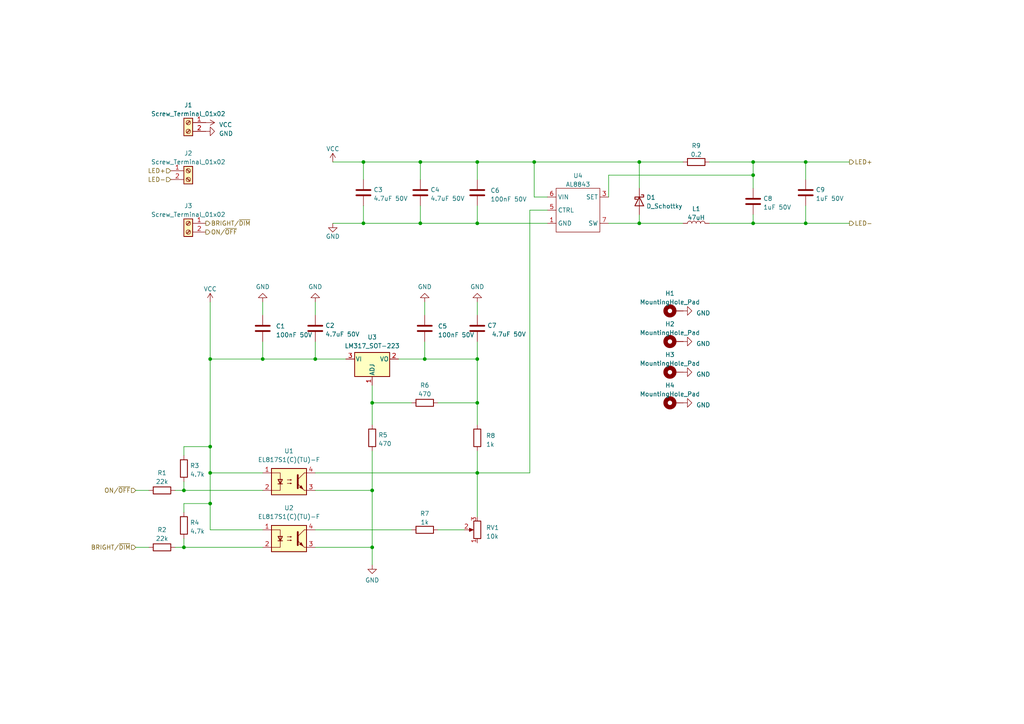
<source format=kicad_sch>
(kicad_sch (version 20221004) (generator eeschema)
  (paper "A4")
  (lib_symbols
    (symbol "Connector:Screw_Terminal_01x02" (pin_names (offset 1.016) hide)
      (property "Reference" "J" (at 0 2.54 0))
      (property "Value" "Screw_Terminal_01x02" (at 0 -5.08 0))
      (symbol "Screw_Terminal_01x02_1_1"
        (rectangle (start -1.27 1.27) (end 1.27 -3.81) (stroke (width 0.254)) (fill (type background)))
        (circle (center 0 -2.54) (radius 0.635) (stroke (width 0.1524)))
        (polyline (pts (xy -0.5334 -2.2098) (xy 0.3302 -3.048)) (stroke (width 0.1524)))
        (polyline (pts (xy -0.5334 0.3302) (xy 0.3302 -0.508)) (stroke (width 0.1524)))
        (polyline (pts (xy -0.3556 -2.032) (xy 0.508 -2.8702)) (stroke (width 0.1524)))
        (polyline (pts (xy -0.3556 0.508) (xy 0.508 -0.3302)) (stroke (width 0.1524)))
        (circle (center 0 0) (radius 0.635) (stroke (width 0.1524)))
        (pin passive line (at -5.08 0 0) (length 3.81) (name "Pin_1") (number "1"))
        (pin passive line (at -5.08 -2.54 0) (length 3.81) (name "Pin_2") (number "2"))
      )
    )
    (symbol "Device:C" (pin_numbers hide) (pin_names (offset 0.254))
      (property "Reference" "C" (at 0.635 2.54 0))
      (property "Value" "C" (at 0.635 -2.54 0))
      (symbol "C_0_1"
        (polyline (pts (xy -2.032 -0.762) (xy 2.032 -0.762)) (stroke (width 0.508)))
        (polyline (pts (xy -2.032 0.762) (xy 2.032 0.762)) (stroke (width 0.508)))
      )
      (symbol "C_1_1"
        (pin passive line (at 0 3.81 270) (length 2.794) (name "~") (number "1"))
        (pin passive line (at 0 -3.81 90) (length 2.794) (name "~") (number "2"))
      )
    )
    (symbol "Device:D_Schottky" (pin_numbers hide) (pin_names (offset 1.016) hide)
      (property "Reference" "D" (at 0 2.54 0))
      (property "Value" "D_Schottky" (at 0 -2.54 0))
      (symbol "D_Schottky_0_1"
        (polyline (pts (xy 1.27 0) (xy -1.27 0)))
        (polyline (pts (xy 1.27 1.27) (xy 1.27 -1.27) (xy -1.27 0) (xy 1.27 1.27)) (stroke (width 0.254)))
        (polyline (pts (xy -1.905 0.635) (xy -1.905 1.27) (xy -1.27 1.27) (xy -1.27 -1.27) (xy -0.635 -1.27) (xy -0.635 -0.635)) (stroke (width 0.254)))
      )
      (symbol "D_Schottky_1_1"
        (pin passive line (at -3.81 0 0) (length 2.54) (name "K") (number "1"))
        (pin passive line (at 3.81 0 180) (length 2.54) (name "A") (number "2"))
      )
    )
    (symbol "Device:L" (pin_numbers hide) (pin_names (offset 1.016) hide)
      (property "Reference" "L" (at -1.27 0 90))
      (property "Value" "L" (at 1.905 0 90))
      (symbol "L_0_1"
        (arc (start 0 -2.54) (mid 0.6323 -1.905) (end 0 -1.27))
        (arc (start 0 -1.27) (mid 0.6323 -0.635) (end 0 0))
        (arc (start 0 0) (mid 0.6323 0.635) (end 0 1.27))
        (arc (start 0 1.27) (mid 0.6323 1.905) (end 0 2.54))
      )
      (symbol "L_1_1"
        (pin passive line (at 0 3.81 270) (length 1.27) (name "1") (number "1"))
        (pin passive line (at 0 -3.81 90) (length 1.27) (name "2") (number "2"))
      )
    )
    (symbol "Device:R" (pin_numbers hide) (pin_names (offset 0))
      (property "Reference" "R" (at 2.032 0 90))
      (property "Value" "R" (at 0 0 90))
      (symbol "R_0_1"
        (rectangle (start -1.016 -2.54) (end 1.016 2.54) (stroke (width 0.254)))
      )
      (symbol "R_1_1"
        (pin passive line (at 0 3.81 270) (length 1.27) (name "~") (number "1"))
        (pin passive line (at 0 -3.81 90) (length 1.27) (name "~") (number "2"))
      )
    )
    (symbol "Device:R_Potentiometer" (pin_names (offset 1.016) hide)
      (property "Reference" "RV" (at -4.445 0 90))
      (property "Value" "R_Potentiometer" (at -2.54 0 90))
      (symbol "R_Potentiometer_0_1"
        (polyline (pts (xy 2.54 0) (xy 1.524 0)))
        (polyline (pts (xy 1.143 0) (xy 2.286 0.508) (xy 2.286 -0.508) (xy 1.143 0)) (fill (type outline)))
        (rectangle (start 1.016 2.54) (end -1.016 -2.54) (stroke (width 0.254)))
      )
      (symbol "R_Potentiometer_1_1"
        (pin passive line (at 0 3.81 270) (length 1.27) (name "1") (number "1"))
        (pin passive line (at 3.81 0 180) (length 1.27) (name "2") (number "2"))
        (pin passive line (at 0 -3.81 90) (length 1.27) (name "3") (number "3"))
      )
    )
    (symbol "Isolator:EL817" (pin_names (offset 1.016))
      (property "Reference" "U" (at -5.08 5.08 0))
      (property "Value" "EL817" (at 0 5.08 0))
      (symbol "EL817_0_1"
        (rectangle (start -5.08 3.81) (end 5.08 -3.81) (stroke (width 0.254)) (fill (type background)))
        (polyline (pts (xy -3.175 -0.635) (xy -1.905 -0.635)) (stroke (width 0.254)))
        (polyline (pts (xy 2.54 0.635) (xy 4.445 2.54)))
        (polyline (pts (xy 4.445 -2.54) (xy 2.54 -0.635)) (fill (type outline)))
        (polyline (pts (xy 4.445 -2.54) (xy 5.08 -2.54)))
        (polyline (pts (xy 4.445 2.54) (xy 5.08 2.54)))
        (polyline (pts (xy -5.08 2.54) (xy -2.54 2.54) (xy -2.54 -0.635)))
        (polyline (pts (xy -2.54 -0.635) (xy -2.54 -2.54) (xy -5.08 -2.54)))
        (polyline (pts (xy 2.54 1.905) (xy 2.54 -1.905) (xy 2.54 -1.905)) (stroke (width 0.508)))
        (polyline (pts (xy -2.54 -0.635) (xy -3.175 0.635) (xy -1.905 0.635) (xy -2.54 -0.635)) (stroke (width 0.254)))
        (polyline (pts (xy -0.508 -0.508) (xy 0.762 -0.508) (xy 0.381 -0.635) (xy 0.381 -0.381) (xy 0.762 -0.508)))
        (polyline (pts (xy -0.508 0.508) (xy 0.762 0.508) (xy 0.381 0.381) (xy 0.381 0.635) (xy 0.762 0.508)))
        (polyline (pts (xy 3.048 -1.651) (xy 3.556 -1.143) (xy 4.064 -2.159) (xy 3.048 -1.651) (xy 3.048 -1.651)) (fill (type outline)))
      )
      (symbol "EL817_1_1"
        (pin passive line (at -7.62 2.54 0) (length 2.54) (name "~") (number "1"))
        (pin passive line (at -7.62 -2.54 0) (length 2.54) (name "~") (number "2"))
        (pin passive line (at 7.62 -2.54 180) (length 2.54) (name "~") (number "3"))
        (pin passive line (at 7.62 2.54 180) (length 2.54) (name "~") (number "4"))
      )
    )
    (symbol "Mechanical:MountingHole_Pad" (pin_numbers hide) (pin_names (offset 1.016) hide)
      (property "Reference" "H" (at 0 6.35 0))
      (property "Value" "MountingHole_Pad" (at 0 4.445 0))
      (symbol "MountingHole_Pad_0_1"
        (circle (center 0 1.27) (radius 1.27) (stroke (width 1.27)))
      )
      (symbol "MountingHole_Pad_1_1"
        (pin input line (at 0 -2.54 90) (length 2.54) (name "1") (number "1"))
      )
    )
    (symbol "Regulator_Linear:LM317_SOT-223" (pin_names (offset 0.254))
      (property "Reference" "U" (at -3.81 3.175 0))
      (property "Value" "LM317_SOT-223" (at 0 3.175 0))
      (symbol "LM317_SOT-223_0_1"
        (rectangle (start -5.08 1.905) (end 5.08 -5.08) (stroke (width 0.254)) (fill (type background)))
      )
      (symbol "LM317_SOT-223_1_1"
        (pin input line (at 0 -7.62 90) (length 2.54) (name "ADJ") (number "1"))
        (pin power_out line (at 7.62 0 180) (length 2.54) (name "VO") (number "2"))
        (pin power_in line (at -7.62 0 0) (length 2.54) (name "VI") (number "3"))
      )
    )
    (symbol "al8843:AL8843"
      (property "Reference" "U" (at 0 10.16 0))
      (property "Value" "AL8843" (at 0 7.62 0))
      (symbol "AL8843_0_1"
        (rectangle (start -6.35 6.35) (end 6.35 -6.35) (stroke (width 0.1524)))
      )
      (symbol "AL8843_1_1"
        (pin power_in line (at -8.89 -3.81 0) (length 2.54) (name "GND") (number "1"))
        (pin power_in line (at -8.89 -3.81 0) (length 2.54) hide (name "GND") (number "2"))
        (pin input line (at 8.89 3.81 180) (length 2.54) (name "SET") (number "3"))
        (pin no_connect line (at 8.89 0 180) (length 2.54) hide (name "N/C") (number "4"))
        (pin power_in line (at -8.89 0 0) (length 2.54) (name "CTRL") (number "5"))
        (pin power_in line (at -8.89 3.81 0) (length 2.54) (name "VIN") (number "6"))
        (pin power_out line (at 8.89 -3.81 180) (length 2.54) (name "SW") (number "7"))
        (pin power_out line (at 8.89 -3.81 180) (length 2.54) hide (name "SW") (number "8"))
        (pin power_in line (at -8.89 -3.81 0) (length 2.54) hide (name "GND") (number "9"))
      )
    )
    (symbol "power:GND" (power) (pin_names (offset 0))
      (property "Value" "GND" (at 0 -3.81 0))
      (symbol "GND_0_1"
        (polyline (pts (xy 0 0) (xy 0 -1.27) (xy 1.27 -1.27) (xy 0 -2.54) (xy -1.27 -1.27) (xy 0 -1.27)))
      )
      (symbol "GND_1_1"
        (pin power_in line (at 0 0 270) (length 0) hide (name "GND") (number "1"))
      )
    )
    (symbol "power:VCC" (power) (pin_names (offset 0))
      (property "Value" "VCC" (at 0 3.81 0))
      (symbol "VCC_0_1"
        (polyline (pts (xy -0.762 1.27) (xy 0 2.54)))
        (polyline (pts (xy 0 0) (xy 0 2.54)))
        (polyline (pts (xy 0 2.54) (xy 0.762 1.27)))
      )
      (symbol "VCC_1_1"
        (pin power_in line (at 0 0 90) (length 0) hide (name "VCC") (number "1"))
      )
    )
  )
  (junction (at 107.95 142.24))
  (junction (at 138.43 64.77))
  (junction (at 107.95 158.75))
  (junction (at 138.43 104.14))
  (junction (at 121.92 46.99))
  (junction (at 107.95 116.84))
  (junction (at 60.96 104.14))
  (junction (at 91.44 104.14))
  (junction (at 76.2 104.14))
  (junction (at 53.34 158.75))
  (junction (at 123.19 104.14))
  (junction (at 218.44 46.99))
  (junction (at 121.92 64.77))
  (junction (at 218.44 64.77))
  (junction (at 105.41 64.77))
  (junction (at 218.44 50.8))
  (junction (at 185.42 64.77))
  (junction (at 138.43 116.84))
  (junction (at 53.34 142.24))
  (junction (at 154.94 46.99))
  (junction (at 233.68 46.99))
  (junction (at 60.96 129.54))
  (junction (at 105.41 46.99))
  (junction (at 185.42 46.99))
  (junction (at 138.43 137.16))
  (junction (at 60.96 146.05))
  (junction (at 138.43 46.99))
  (junction (at 233.68 64.77))
  (junction (at 60.96 137.16))
  (wire (pts (xy 96.52 64.77) (xy 105.41 64.77)))
  (wire (pts (xy 76.2 91.44) (xy 76.2 87.63)))
  (wire (pts (xy 123.19 104.14) (xy 138.43 104.14)))
  (wire (pts (xy 121.92 46.99) (xy 121.92 52.07)))
  (wire (pts (xy 50.8 142.24) (xy 53.34 142.24)))
  (wire (pts (xy 138.43 137.16) (xy 138.43 149.86)))
  (wire (pts (xy 60.96 137.16) (xy 60.96 146.05)))
  (wire (pts (xy 53.34 132.08) (xy 53.34 129.54)))
  (wire (pts (xy 185.42 62.23) (xy 185.42 64.77)))
  (wire (pts (xy 185.42 46.99) (xy 185.42 54.61)))
  (wire (pts (xy 138.43 130.81) (xy 138.43 137.16)))
  (wire (pts (xy 176.53 57.15) (xy 176.53 50.8)))
  (wire (pts (xy 198.12 46.99) (xy 185.42 46.99)))
  (wire (pts (xy 138.43 64.77) (xy 121.92 64.77)))
  (wire (pts (xy 76.2 104.14) (xy 91.44 104.14)))
  (wire (pts (xy 91.44 142.24) (xy 107.95 142.24)))
  (wire (pts (xy 123.19 91.44) (xy 123.19 87.63)))
  (wire (pts (xy 107.95 111.76) (xy 107.95 116.84)))
  (wire (pts (xy 153.67 60.96) (xy 158.75 60.96)))
  (wire (pts (xy 218.44 64.77) (xy 218.44 62.23)))
  (wire (pts (xy 91.44 158.75) (xy 107.95 158.75)))
  (wire (pts (xy 121.92 64.77) (xy 105.41 64.77)))
  (wire (pts (xy 39.37 142.24) (xy 43.18 142.24)))
  (wire (pts (xy 60.96 129.54) (xy 60.96 137.16)))
  (wire (pts (xy 60.96 146.05) (xy 60.96 153.67)))
  (wire (pts (xy 176.53 50.8) (xy 218.44 50.8)))
  (wire (pts (xy 233.68 46.99) (xy 246.38 46.99)))
  (wire (pts (xy 233.68 64.77) (xy 246.38 64.77)))
  (wire (pts (xy 185.42 64.77) (xy 198.12 64.77)))
  (wire (pts (xy 53.34 142.24) (xy 76.2 142.24)))
  (wire (pts (xy 158.75 57.15) (xy 154.94 57.15)))
  (wire (pts (xy 76.2 104.14) (xy 76.2 99.06)))
  (wire (pts (xy 91.44 104.14) (xy 100.33 104.14)))
  (wire (pts (xy 138.43 104.14) (xy 138.43 116.84)))
  (wire (pts (xy 138.43 99.06) (xy 138.43 104.14)))
  (wire (pts (xy 127 153.67) (xy 134.62 153.67)))
  (wire (pts (xy 39.37 158.75) (xy 43.18 158.75)))
  (wire (pts (xy 53.34 156.21) (xy 53.34 158.75)))
  (wire (pts (xy 138.43 46.99) (xy 154.94 46.99)))
  (wire (pts (xy 60.96 87.63) (xy 60.96 104.14)))
  (wire (pts (xy 53.34 158.75) (xy 76.2 158.75)))
  (wire (pts (xy 105.41 46.99) (xy 105.41 52.07)))
  (wire (pts (xy 138.43 116.84) (xy 138.43 123.19)))
  (wire (pts (xy 60.96 153.67) (xy 76.2 153.67)))
  (wire (pts (xy 138.43 137.16) (xy 153.67 137.16)))
  (wire (pts (xy 205.74 64.77) (xy 218.44 64.77)))
  (wire (pts (xy 107.95 130.81) (xy 107.95 142.24)))
  (wire (pts (xy 176.53 64.77) (xy 185.42 64.77)))
  (wire (pts (xy 91.44 104.14) (xy 91.44 99.06)))
  (wire (pts (xy 154.94 46.99) (xy 154.94 57.15)))
  (wire (pts (xy 60.96 137.16) (xy 76.2 137.16)))
  (wire (pts (xy 154.94 46.99) (xy 185.42 46.99)))
  (wire (pts (xy 138.43 91.44) (xy 138.43 87.63)))
  (wire (pts (xy 105.41 59.69) (xy 105.41 64.77)))
  (wire (pts (xy 115.57 104.14) (xy 123.19 104.14)))
  (wire (pts (xy 91.44 137.16) (xy 138.43 137.16)))
  (wire (pts (xy 53.34 139.7) (xy 53.34 142.24)))
  (wire (pts (xy 218.44 46.99) (xy 218.44 50.8)))
  (wire (pts (xy 105.41 46.99) (xy 121.92 46.99)))
  (wire (pts (xy 60.96 104.14) (xy 60.96 129.54)))
  (wire (pts (xy 91.44 153.67) (xy 119.38 153.67)))
  (wire (pts (xy 53.34 148.59) (xy 53.34 146.05)))
  (wire (pts (xy 107.95 116.84) (xy 107.95 123.19)))
  (wire (pts (xy 53.34 129.54) (xy 60.96 129.54)))
  (wire (pts (xy 107.95 142.24) (xy 107.95 158.75)))
  (wire (pts (xy 127 116.84) (xy 138.43 116.84)))
  (wire (pts (xy 158.75 64.77) (xy 138.43 64.77)))
  (wire (pts (xy 121.92 59.69) (xy 121.92 64.77)))
  (wire (pts (xy 91.44 91.44) (xy 91.44 87.63)))
  (wire (pts (xy 218.44 50.8) (xy 218.44 54.61)))
  (wire (pts (xy 233.68 46.99) (xy 233.68 52.07)))
  (wire (pts (xy 205.74 46.99) (xy 218.44 46.99)))
  (wire (pts (xy 50.8 158.75) (xy 53.34 158.75)))
  (wire (pts (xy 107.95 158.75) (xy 107.95 163.83)))
  (wire (pts (xy 218.44 64.77) (xy 233.68 64.77)))
  (wire (pts (xy 60.96 104.14) (xy 76.2 104.14)))
  (wire (pts (xy 138.43 46.99) (xy 138.43 52.07)))
  (wire (pts (xy 153.67 60.96) (xy 153.67 137.16)))
  (wire (pts (xy 123.19 104.14) (xy 123.19 99.06)))
  (wire (pts (xy 121.92 46.99) (xy 138.43 46.99)))
  (wire (pts (xy 107.95 116.84) (xy 119.38 116.84)))
  (wire (pts (xy 233.68 59.69) (xy 233.68 64.77)))
  (wire (pts (xy 138.43 59.69) (xy 138.43 64.77)))
  (wire (pts (xy 53.34 146.05) (xy 60.96 146.05)))
  (wire (pts (xy 218.44 46.99) (xy 233.68 46.99)))
  (wire (pts (xy 96.52 46.99) (xy 105.41 46.99)))
  (hierarchical_label "LED+" (shape output) (at 246.38 46.99 0))
  (hierarchical_label "BRIGHT{slash}~{DIM}" (shape input) (at 39.37 158.75 180))
  (hierarchical_label "LED-" (shape output) (at 246.38 64.77 0))
  (hierarchical_label "LED-" (shape input) (at 49.53 52.07 180))
  (hierarchical_label "ON{slash}~{OFF}" (shape output) (at 59.69 67.31 0))
  (hierarchical_label "LED+" (shape input) (at 49.53 49.53 180))
  (hierarchical_label "ON{slash}~{OFF}" (shape input) (at 39.37 142.24 180))
  (hierarchical_label "BRIGHT{slash}~{DIM}" (shape output) (at 59.69 64.77 0))
  (symbol (lib_id "Device:R") (at 46.99 142.24 90) (unit 1)
    (property "Reference" "R1" (at 46.99 137.16 90))
    (property "Value" "22k" (at 46.99 139.7 90))
    (property "Footprint" "Resistor_SMD:R_0603_1608Metric" (effects hide))
    (property "LCSC" "C2907128" (effects hide))
  )
  (symbol (lib_id "Device:R") (at 46.99 158.75 90) (unit 1)
    (property "Reference" "R2" (at 46.99 153.67 90))
    (property "Value" "22k" (at 46.99 156.21 90))
    (property "Footprint" "Resistor_SMD:R_0603_1608Metric" (effects hide))
    (property "LCSC" "C2907128" (effects hide))
  )
  (symbol (lib_id "Device:C") (at 233.68 55.88 0) (unit 1)
    (property "Reference" "C9" (at 236.601 55.0453 0) (effects (justify left)))
    (property "Value" "1uF 50V" (at 236.601 57.5822 0) (effects (justify left)))
    (property "Footprint" "Capacitor_SMD:C_0603_1608Metric" (effects hide))
    (property "LCSC" "C15849" (effects hide))
  )
  (symbol (lib_id "Device:R") (at 53.34 135.89 180) (unit 1)
    (property "Reference" "R3" (at 55.118 135.0553 0) (effects (justify right)))
    (property "Value" "4.7k" (at 55.118 137.5922 0) (effects (justify right)))
    (property "Footprint" "Resistor_SMD:R_0603_1608Metric" (effects hide))
    (property "LCSC" "C2907166" (effects hide))
  )
  (symbol (lib_id "Device:C") (at 123.19 95.25 0) (unit 1)
    (property "Reference" "C5" (at 127 94.615 0) (effects (justify left)))
    (property "Value" "100nF 50V" (at 127 97.155 0) (effects (justify left)))
    (property "Footprint" "Capacitor_SMD:C_0603_1608Metric" (effects hide))
    (property "LCSC" "C282519" (effects hide))
  )
  (symbol (lib_id "Device:C") (at 218.44 58.42 0) (unit 1)
    (property "Reference" "C8" (at 221.361 57.5853 0) (effects (justify left)))
    (property "Value" "1uF 50V" (at 221.361 60.1222 0) (effects (justify left)))
    (property "Footprint" "Capacitor_SMD:C_0603_1608Metric" (effects hide))
    (property "LCSC" "C15849" (effects hide))
  )
  (symbol (lib_id "power:GND") (at 123.19 87.63 180) (unit 1)
    (property "Reference" "#PWR0104" (effects hide))
    (property "Value" "GND" (at 123.19 83.1866 0))
  )
  (symbol (lib_id "Device:L") (at 201.93 64.77 90) (unit 1)
    (property "Reference" "L1" (at 201.93 60.5622 90))
    (property "Value" "47uH" (at 201.93 63.0991 90))
    (property "Footprint" "Inductor_SMD:L_12x12mm_H6mm" (effects hide))
    (property "LCSC" "C9906" (effects hide))
  )
  (symbol (lib_id "power:GND") (at 59.69 38.1 90) (unit 1)
    (property "Reference" "#PWR0109" (effects hide))
    (property "Value" "GND" (at 63.5 38.735 90) (effects (justify right)))
  )
  (symbol (lib_id "Device:R") (at 201.93 46.99 90) (unit 1)
    (property "Reference" "R9" (at 201.93 42.2742 90))
    (property "Value" "0.2" (at 201.93 44.8111 90))
    (property "Footprint" "Resistor_SMD:R_0603_1608Metric" (effects hide))
    (property "LCSC" "C160920" (effects hide))
  )
  (symbol (lib_id "Connector:Screw_Terminal_01x02") (at 54.61 49.53 0) (unit 1)
    (property "Reference" "J2" (at 54.61 44.45 0))
    (property "Value" "Screw_Terminal_01x02" (at 54.61 46.99 0))
    (property "Footprint" "TerminalBlock_4Ucon:TerminalBlock_4Ucon_1x02_P3.50mm_Horizontal" (effects hide))
    (property "LCSC" "C695629" (effects hide))
  )
  (symbol (lib_id "Device:C") (at 91.44 95.25 180) (unit 1)
    (property "Reference" "C2" (at 94.361 94.4153 0) (effects (justify right)))
    (property "Value" "4.7uF 50V" (at 94.361 96.9522 0) (effects (justify right)))
    (property "Footprint" "Capacitor_SMD:C_0805_2012Metric" (effects hide))
    (property "LCSC" "C98192" (effects hide))
  )
  (symbol (lib_id "Device:R") (at 138.43 127 180) (unit 1)
    (property "Reference" "R8" (at 140.97 126.365 0) (effects (justify right)))
    (property "Value" "1k" (at 140.97 128.905 0) (effects (justify right)))
    (property "Footprint" "Resistor_SMD:R_0603_1608Metric" (effects hide))
    (property "LCSC" "C2907113" (effects hide))
  )
  (symbol (lib_id "power:GND") (at 107.95 163.83 0) (unit 1)
    (property "Reference" "#PWR0106" (effects hide))
    (property "Value" "GND" (at 107.95 168.2734 0))
  )
  (symbol (lib_id "Device:R") (at 107.95 127 0) (unit 1)
    (property "Reference" "R5" (at 109.728 126.1653 0) (effects (justify left)))
    (property "Value" "470" (at 109.728 128.7022 0) (effects (justify left)))
    (property "Footprint" "Resistor_SMD:R_0603_1608Metric" (effects hide))
    (property "LCSC" "C2907172" (effects hide))
  )
  (symbol (lib_id "Device:C") (at 121.92 55.88 0) (unit 1)
    (property "Reference" "C4" (at 124.841 55.0453 0) (effects (justify left)))
    (property "Value" "4.7uF 50V" (at 124.841 57.5822 0) (effects (justify left)))
    (property "Footprint" "Capacitor_SMD:C_0805_2012Metric" (effects hide))
    (property "LCSC" "C98192" (effects hide))
  )
  (symbol (lib_id "power:VCC") (at 60.96 87.63 0) (unit 1)
    (property "Reference" "#PWR0108" (effects hide))
    (property "Value" "VCC" (at 60.96 83.82 0))
  )
  (symbol (lib_id "Device:C") (at 138.43 95.25 0) (unit 1)
    (property "Reference" "C7" (at 141.351 94.4153 0) (effects (justify left)))
    (property "Value" "4.7uF 50V" (at 142.621 96.9522 0) (effects (justify left)))
    (property "Footprint" "Capacitor_SMD:C_0805_2012Metric" (effects hide))
    (property "LCSC" "C98192" (effects hide))
  )
  (symbol (lib_id "power:GND") (at 138.43 87.63 180) (unit 1)
    (property "Reference" "#PWR0105" (effects hide))
    (property "Value" "GND" (at 138.43 83.1866 0))
  )
  (symbol (lib_id "Mechanical:MountingHole_Pad") (at 195.58 90.17 90) (unit 1) (in_bom no)
    (property "Reference" "H1" (at 194.31 85.09 90))
    (property "Value" "MountingHole_Pad" (at 194.31 87.63 90))
    (property "Footprint" "MountingHole:MountingHole_3.2mm_M3_Pad" (effects hide))
  )
  (symbol (lib_id "Device:R") (at 123.19 153.67 90) (unit 1)
    (property "Reference" "R7" (at 123.19 148.9542 90))
    (property "Value" "1k" (at 123.19 151.4911 90))
    (property "Footprint" "Resistor_SMD:R_0603_1608Metric" (effects hide))
    (property "LCSC" "C2907113" (effects hide))
  )
  (symbol (lib_id "power:GND") (at 198.12 90.17 90) (unit 1)
    (property "Reference" "#PWR0113" (effects hide))
    (property "Value" "GND" (at 201.93 90.805 90) (effects (justify right)))
  )
  (symbol (lib_id "Mechanical:MountingHole_Pad") (at 195.58 116.84 90) (unit 1) (in_bom no)
    (property "Reference" "H4" (at 194.31 111.76 90))
    (property "Value" "MountingHole_Pad" (at 194.31 114.3 90))
    (property "Footprint" "MountingHole:MountingHole_3.2mm_M3_Pad" (effects hide))
  )
  (symbol (lib_id "power:VCC") (at 59.69 35.56 270) (unit 1)
    (property "Reference" "#PWR0110" (effects hide))
    (property "Value" "VCC" (at 63.5 36.195 90) (effects (justify left)))
  )
  (symbol (lib_id "Device:C") (at 138.43 55.88 0) (unit 1)
    (property "Reference" "C6" (at 142.24 55.245 0) (effects (justify left)))
    (property "Value" "100nF 50V" (at 142.24 57.785 0) (effects (justify left)))
    (property "Footprint" "Capacitor_SMD:C_0603_1608Metric" (effects hide))
    (property "LCSC" "C282519" (effects hide))
  )
  (symbol (lib_id "Device:R") (at 123.19 116.84 90) (unit 1)
    (property "Reference" "R6" (at 123.19 111.76 90))
    (property "Value" "470" (at 123.19 114.2969 90))
    (property "Footprint" "Resistor_SMD:R_0603_1608Metric" (effects hide))
    (property "LCSC" "C2907172" (effects hide))
  )
  (symbol (lib_id "power:GND") (at 76.2 87.63 180) (unit 1)
    (property "Reference" "#PWR0102" (effects hide))
    (property "Value" "GND" (at 76.2 83.1866 0))
  )
  (symbol (lib_id "power:GND") (at 198.12 107.95 90) (unit 1)
    (property "Reference" "#PWR0111" (effects hide))
    (property "Value" "GND" (at 201.93 108.585 90) (effects (justify right)))
  )
  (symbol (lib_id "Device:C") (at 105.41 55.88 0) (unit 1)
    (property "Reference" "C3" (at 108.331 55.0453 0) (effects (justify left)))
    (property "Value" "4.7uF 50V" (at 108.331 57.5822 0) (effects (justify left)))
    (property "Footprint" "Capacitor_SMD:C_0805_2012Metric" (effects hide))
    (property "LCSC" "C98192" (effects hide))
  )
  (symbol (lib_id "power:GND") (at 96.52 64.77 0) (unit 1)
    (property "Reference" "#PWR0101" (effects hide))
    (property "Value" "GND" (at 96.52 68.58 0))
  )
  (symbol (lib_id "Connector:Screw_Terminal_01x02") (at 54.61 35.56 0) (mirror y) (unit 1)
    (property "Reference" "J1" (at 54.61 30.48 0))
    (property "Value" "Screw_Terminal_01x02" (at 54.61 33.02 0))
    (property "Footprint" "TerminalBlock_4Ucon:TerminalBlock_4Ucon_1x02_P3.50mm_Horizontal" (effects hide))
    (property "LCSC" "C695629" (effects hide))
  )
  (symbol (lib_id "al8843:AL8843") (at 167.64 60.96 0) (unit 1)
    (property "Reference" "U4" (at 167.64 50.961 0))
    (property "Value" "AL8843" (at 167.64 53.4979 0))
    (property "Footprint" "Package_SO:Diodes_PSOP-8" (effects hide))
    (property "LCSC" "C507866" (effects hide))
  )
  (symbol (lib_id "Device:R") (at 53.34 152.4 180) (unit 1)
    (property "Reference" "R4" (at 55.118 151.5653 0) (effects (justify right)))
    (property "Value" "4.7k" (at 55.118 154.1022 0) (effects (justify right)))
    (property "Footprint" "Resistor_SMD:R_0603_1608Metric" (effects hide))
    (property "LCSC" "C2907166" (effects hide))
  )
  (symbol (lib_id "power:GND") (at 198.12 99.06 90) (unit 1)
    (property "Reference" "#PWR0112" (effects hide))
    (property "Value" "GND" (at 201.93 99.695 90) (effects (justify right)))
  )
  (symbol (lib_id "Connector:Screw_Terminal_01x02") (at 54.61 64.77 0) (mirror y) (unit 1)
    (property "Reference" "J3" (at 54.61 59.69 0))
    (property "Value" "Screw_Terminal_01x02" (at 54.61 62.23 0))
    (property "Footprint" "TerminalBlock_4Ucon:TerminalBlock_4Ucon_1x02_P3.50mm_Horizontal" (effects hide))
    (property "LCSC" "C695629" (effects hide))
  )
  (symbol (lib_id "Device:R_Potentiometer") (at 138.43 153.67 180) (unit 1)
    (property "Reference" "RV1" (at 140.97 153.035 0) (effects (justify right)))
    (property "Value" "10k" (at 140.97 155.575 0) (effects (justify right)))
    (property "Footprint" "Potentiometer_SMD:Potentiometer_Bourns_TC33X_Vertical" (effects hide))
    (property "LCSC" "C719176" (effects hide))
  )
  (symbol (lib_id "Device:C") (at 76.2 95.25 0) (unit 1)
    (property "Reference" "C1" (at 80.01 94.615 0) (effects (justify left)))
    (property "Value" "100nF 50V" (at 80.01 97.155 0) (effects (justify left)))
    (property "Footprint" "Capacitor_SMD:C_0603_1608Metric" (effects hide))
    (property "LCSC" "C282519" (effects hide))
  )
  (symbol (lib_id "power:GND") (at 198.12 116.84 90) (unit 1)
    (property "Reference" "#PWR0114" (effects hide))
    (property "Value" "GND" (at 201.93 117.475 90) (effects (justify right)))
  )
  (symbol (lib_id "Isolator:EL817") (at 83.82 139.7 0) (unit 1)
    (property "Reference" "U1" (at 83.82 130.81 0))
    (property "Value" "EL817S1(C)(TU)-F" (at 83.82 133.35 0))
    (property "Footprint" "Package_SO:SSO-4_6.7x5.1mm_P2.54mm_Clearance8mm" (effects hide))
    (property "Datasheet" "http://www.everlight.com/file/ProductFile/EL817.pdf" (effects hide))
    (property "MF" "Everlight Electronics" (effects hide))
    (property "PRICE" "None" (effects hide))
    (property "AVAILABILITY" "Unavailable" (effects hide))
    (property "MP" "EL817S1(C)(TU)" (effects hide))
    (property "PACKAGE" "SMD-4 Everlight Electronics" (effects hide))
    (property "DESCRIPTION" "Optocoupler Dc-in 1-CH Transistor Dc-out 4-PIN PDIP SMD T/r" (effects hide))
    (property "LCSC" "C106900" (effects hide))
  )
  (symbol (lib_id "Mechanical:MountingHole_Pad") (at 195.58 107.95 90) (unit 1) (in_bom no)
    (property "Reference" "H3" (at 194.31 102.87 90))
    (property "Value" "MountingHole_Pad" (at 194.31 105.41 90))
    (property "Footprint" "MountingHole:MountingHole_3.2mm_M3_Pad" (effects hide))
  )
  (symbol (lib_id "power:VCC") (at 96.52 46.99 0) (unit 1)
    (property "Reference" "#PWR0107" (effects hide))
    (property "Value" "VCC" (at 96.52 43.18 0))
  )
  (symbol (lib_id "power:GND") (at 91.44 87.63 180) (unit 1)
    (property "Reference" "#PWR0103" (effects hide))
    (property "Value" "GND" (at 91.44 83.1866 0))
  )
  (symbol (lib_id "Isolator:EL817") (at 83.82 156.21 0) (unit 1)
    (property "Reference" "U2" (at 83.82 147.32 0))
    (property "Value" "EL817S1(C)(TU)-F" (at 83.82 149.86 0))
    (property "Footprint" "Package_SO:SSO-4_6.7x5.1mm_P2.54mm_Clearance8mm" (effects hide))
    (property "Datasheet" "http://www.everlight.com/file/ProductFile/EL817.pdf" (effects hide))
    (property "MF" "Everlight Electronics" (effects hide))
    (property "PRICE" "None" (effects hide))
    (property "AVAILABILITY" "Unavailable" (effects hide))
    (property "MP" "EL817S1(C)(TU)" (effects hide))
    (property "PACKAGE" "SMD-4 Everlight Electronics" (effects hide))
    (property "DESCRIPTION" "Optocoupler Dc-in 1-CH Transistor Dc-out 4-PIN PDIP SMD T/r" (effects hide))
    (property "LCSC" "C106900" (effects hide))
  )
  (symbol (lib_id "Device:D_Schottky") (at 185.42 58.42 270) (unit 1)
    (property "Reference" "D1" (at 187.452 57.2678 90) (effects (justify left)))
    (property "Value" "D_Schottky" (at 187.452 59.8047 90) (effects (justify left)))
    (property "Footprint" "Diode_SMD:D_SMA" (effects hide))
    (property "LCSC" "C16015" (effects hide))
  )
  (symbol (lib_id "Regulator_Linear:LM317_SOT-223") (at 107.95 104.14 0) (unit 1)
    (property "Reference" "U3" (at 107.95 97.79 0))
    (property "Value" "LM317_SOT-223" (at 107.95 100.33 0))
    (property "Footprint" "Package_TO_SOT_SMD:SOT-223-3_TabPin2" (effects hide))
    (property "Datasheet" "http://www.ti.com/lit/ds/symlink/lm317.pdf" (effects hide))
    (property "LCSC" "C427637" (effects hide))
  )
  (symbol (lib_id "Mechanical:MountingHole_Pad") (at 195.58 99.06 90) (unit 1) (in_bom no)
    (property "Reference" "H2" (at 194.31 93.98 90))
    (property "Value" "MountingHole_Pad" (at 194.31 96.52 90))
    (property "Footprint" "MountingHole:MountingHole_3.2mm_M3_Pad" (effects hide))
  )
)
</source>
